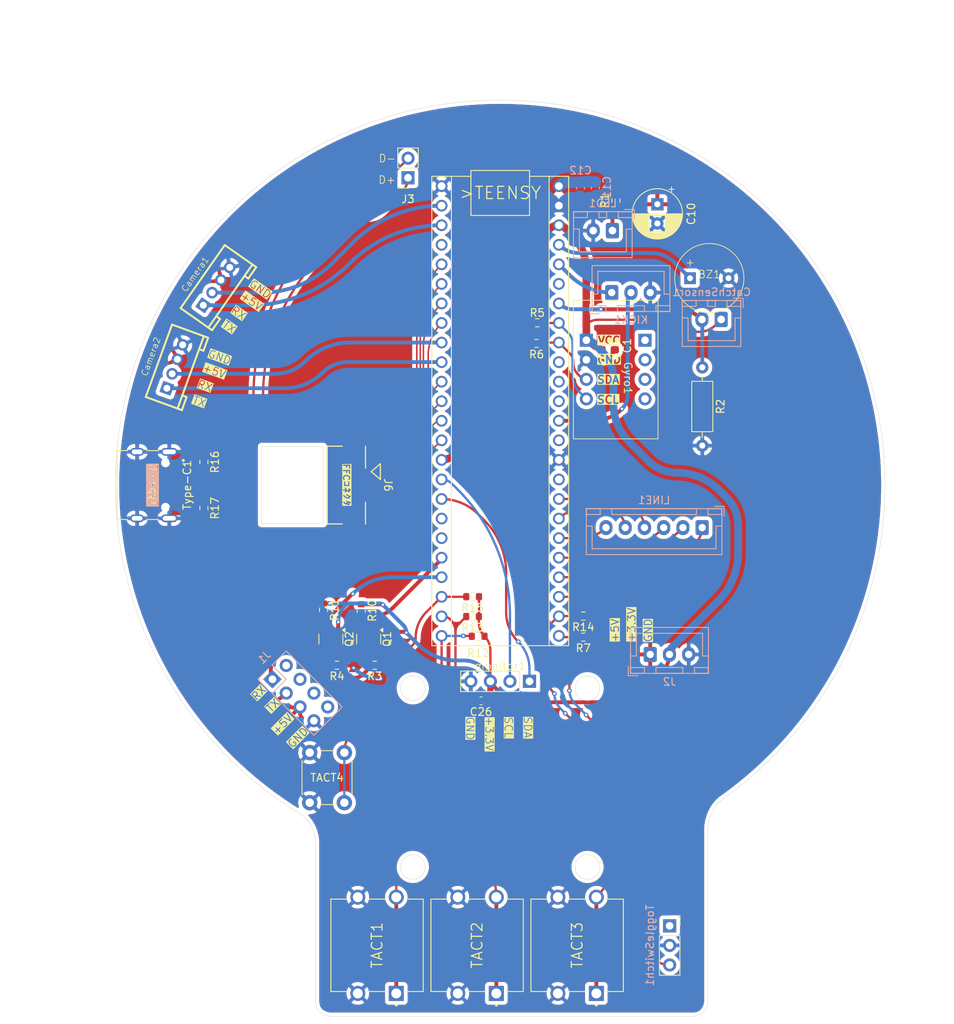
<source format=kicad_pcb>
(kicad_pcb (version 20241229) (generator "pcbnew") (generator_version "9.0")
  (layers (0 "F.Cu" signal) (2 "B.Cu" signal) (13 "F.Paste" user) (15 "B.Paste" user) (5 "F.SilkS" user "F.Silkscreen") (7 "B.SilkS" user "B.Silkscreen") (1 "F.Mask" user) (3 "B.Mask" user) (25 "Edge.Cuts" user))
  (net 0 "")
  (net 1 "M4 PH")
  (net 2 "KICK 2")
  (net 3 "M1 EN")
  (net 4 "KICK 1")
  (net 5 "Buzzer")
  (net 6 "M4 EN")
  (net 7 "Cam1 RX")
  (net 8 "GND")
  (net 10 "M3 PH")
  (net 11 "Gyro-SDA")
  (net 12 "M2 PH")
  (net 13 "+5V")
  (net 14 "Cam2 TX")
  (net 16 "M2 EN")
  (net 17 "M3 EN")
  (net 18 "+3.3V")
  (net 19 "Gyro-SCL")
  (net 20 "M1 PH")
  (net 21 "Cam1 TX")
  (net 22 "Ball Catch Sensor")
  (net 24 "Cam2 RX")
  (net 25 "TX_Ball 5V")
  (net 26 "RX_Ball 5V")
  (net 31 "Net-(LED1-Pin_1)")
  (net 32 "SCL(monitor)")
  (net 33 "SDA(monitor)")
  (net 34 "RX_Ball 3.3V")
  (net 35 "TX_Ball 3.3V")
  (net 37 "Teensy4.1_D-")
  (net 38 "Teensy4.1_D+")
  (net 39 "Net-(Type-C1-CC1)")
  (net 40 "Net-(Type-C1-CC2)")
  (net 53 "B")
  (net 54 "A")
  (net 55 "C")
  (net 56 "X3")
  (net 57 "X1")
  (net 58 "X2")
  (net 61 "SW3")
  (net 62 "SW2")
  (net 63 "SW1")
  (net 64 "Ctrl SW1")
  (net 65 "TOGGLE1")
  (footprint "MAIN:Big tact switch MAIN" (layer "F.Cu") (at 160 159.775 90)
    (property "Reference" "TACT3")
    (property "Value" "SW_MEC_5G")
  )
  (footprint "Teensy4.1:TEENSY4.1" (layer "F.Cu") (at 157.63 61.171 180)
    (property "Reference" "A1" (hide yes))
    (property "Value" "TEENSY4.1")
  )
  (footprint "Type-C:NELTRON_5077CR-16SMC2-BK-TR" (layer "F.Cu") (at 106.5 100 -90)
    (property "Reference" "Type-C1")
    (property "Value" "5077CR-16SMC2-BK-TR")
  )
  (footprint "Resistor_SMD:R_0603_1608Metric" (layer "F.Cu") (at 160.8 119.75 180)
    (property "Reference" "R7")
    (property "Value" "1kΩ")
  )
  (footprint "Resistor_SMD:R_0603_1608Metric" (layer "F.Cu") (at 147.14 119.64 180)
    (property "Reference" "R12")
    (property "Value" "1kΩ")
  )
  (footprint "Resistor_THT:R_Axial_DIN0207_L6.3mm_D2.5mm_P10.16mm_Horizontal" (layer "F.Cu") (at 176.266 84.718 -90)
    (property "Reference" "R2")
    (property "Value" "R")
  )
  (footprint "Package_TO_SOT_SMD:SOT-23" (layer "F.Cu") (at 128 120 -90)
    (property "Reference" "Q2")
    (property "Value" "BSS138")
  )
  (footprint "Resistor_SMD:R_0603_1608Metric" (layer "F.Cu") (at 146.41 117.08 180)
    (property "Reference" "R13")
    (property "Value" "1kΩ")
  )
  (footprint "Resistor_SMD:R_0603_1608Metric" (layer "F.Cu") (at 111.5 97 -90)
    (property "Reference" "R16")
    (property "Value" "5.1kΩ")
  )
  (footprint "GROVE:GROVE-HW4-2.0" (layer "F.Cu") (at 107.713832 84.609094 70)
    (property "Reference" "Camera2")
    (property "Value" "Conn_01x04_Pin")
  )
  (footprint "Resistor_SMD:R_0603_1608Metric" (layer "F.Cu") (at 154.817 78.923 180)
    (property "Reference" "R5")
    (property "Value" "1kΩ")
  )
  (footprint "Resistor_SMD:R_0603_1608Metric" (layer "F.Cu") (at 128.8 123.4 180)
    (property "Reference" "R4")
    (property "Value" "10k")
  )
  (footprint "Button_Switch_THT:SW_PUSH_6mm" (layer "F.Cu") (at 125.25 141.25 90)
    (property "Reference" "TACT4")
    (property "Value" "SW_MEC_5G")
  )
  (footprint "Connector_PinSocket_2.54mm:PinSocket_1x02_P2.54mm_Vertical" (layer "F.Cu") (at 138.024 60.091 180)
    (property "Reference" "J3")
    (property "Value" "Conn_01x02_Pin")
  )
  (footprint "Resistor_SMD:R_0603_1608Metric" (layer "F.Cu") (at 146.42 114.5 180)
    (property "Reference" "R15")
    (property "Value" "1kΩ")
  )
  (footprint "Package_TO_SOT_SMD:SOT-23" (layer "F.Cu") (at 132.9125 120 -90)
    (property "Reference" "Q1")
    (property "Value" "BSS138")
  )
  (footprint "Capacitor_SMD:C_0603_1608Metric_Pad1.08x0.95mm_HandSolder" (layer "F.Cu") (at 164.034 82.428)
    (property "Reference" "C1")
    (property "Value" "0.1μF")
  )
  (footprint "Resistor_SMD:R_0603_1608Metric" (layer "F.Cu") (at 160.8 117.02 180)
    (property "Reference" "R14")
    (property "Value" "1kΩ")
  )
  (footprint "FFC conector:FFC conector 0.5mm Pich" (layer "F.Cu") (at 130 100 -90)
    (property "Reference" "J6")
    (property "Value" "Conn_01x08_Pin")
  )
  (footprint "MAIN:Buzzer UDX01CLFPH" (layer "F.Cu") (at 177.176 73.13)
    (property "Reference" "BZ1")
    (property "Value" "Buzzer")
  )
  (footprint "Resistor_SMD:R_0603_1608Metric" (layer "F.Cu") (at 165.033 63.054 90)
    (property "Reference" "R1")
    (property "Value" "100")
  )
  (footprint "MAIN:Big tact switch MAIN" (layer "F.Cu") (at 147 159.775 90)
    (property "Reference" "TACT2")
    (property "Value" "SW_MEC_5G")
  )
  (footprint "Resistor_SMD:R_0603_1608Metric" (layer "F.Cu") (at 111.5 103 -90)
    (property "Reference" "R17")
    (property "Value" "5.1kΩ")
  )
  (footprint "Capacitor_SMD:C_0603_1608Metric_Pad1.08x0.95mm_HandSolder" (layer "F.Cu") (at 147.51 128.03 180)
    (property "Reference" "C26")
    (property "Value" "0.1μF")
  )
  (footprint "SSD1306:SSD1306 (akizuki)" (layer "F.Cu") (at 150 138)
    (property "Reference" "monitor1")
    (property "Value" "Conn_01x04_Pin")
    (fp_circle (center -11.35 -11.6) (end -9.75 -11.6) (stroke (width 0.05)) (fill no) (layer "Edge.Cuts"))
    (fp_circle (center -11.35 11.6) (end -9.75 11.6) (stroke (width 0.05)) (fill no) (layer "Edge.Cuts"))
    (fp_circle (center 11.35 -11.6) (end 12.95 -11.6) (stroke (width 0.05)) (fill no) (layer "Edge.Cuts"))
    (fp_circle (center 11.35 11.6) (end 12.95 11.6) (stroke (width 0.05)) (fill no) (layer "Edge.Cuts"))
  )
  (footprint "BNO055:BNO055" (layer "F.Cu") (at 165 85)
    (property "Reference" "Gyro1")
    (property "Value" "Conn_01x08_Pin")
  )
  (footprint "Capacitor_THT:CP_Radial_D6.3mm_P2.50mm" (layer "F.Cu") (at 170.427 63.525 -90)
    (property "Reference" "C10")
    (property "Value" "100uF")
  )
  (footprint "Resistor_SMD:R_0603_1608Metric" (layer "F.Cu") (at 154.731 81.608 180)
    (property "Reference" "R6")
    (property "Value" "1kΩ")
  )
  (footprint "Resistor_SMD:R_0603_1608Metric" (layer "F.Cu") (at 131.95 116.3 -90)
    (property "Reference" "R10")
    (property "Value" "10k")
  )
  (footprint "Resistor_SMD:R_0603_1608Metric" (layer "F.Cu") (at 133.7 123.4 180)
    (property "Reference" "R3")
    (property "Value" "10k")
  )
  (footprint "Resistor_SMD:R_0603_1608Metric" (layer "F.Cu") (at 127.05 116.2 -90)
    (property "Reference" "R11")
    (property "Value" "10k")
  )
  (footprint "GROVE:GROVE-HW4-2.0" (layer "F.Cu") (at 113.138159 74.189061 55)
    (property "Reference" "Camera1")
    (property "Value" "Conn_01x04_Pin")
  )
  (footprint "MAIN:Big tact switch MAIN" (layer "F.Cu") (at 134 159.775 90)
    (property "Reference" "TACT1")
    (property "Value" "SW_MEC_5G")
  )
  (footprint "Connector_PinSocket_2.54mm:PinSocket_1x03_P2.54mm_Vertical" (layer "F.Cu") (at 172.025 157.25)
    (property "Reference" "ToggleSwitch1")
    (property "Value" "Conn_01x03_Pin")
  )
  (footprint "Capacitor_SMD:C_0603_1608Metric" (layer "B.Cu") (at 160.423 61.459 -90)
    (property "Reference" "C12")
    (property "Value" "0.1uF")
  )
  (footprint "Connector_PinSocket_2.54mm:PinSocket_2x04_P2.54mm_Vertical" (layer "B.Cu") (at 120.400827 125.225162 -135)
    (property "Reference" "J1")
    (property "Value" "Conn_02x04_Odd_Even")
  )
  (footprint "Connector_JST:JST_XH_B2B-XH-A_1x02_P2.50mm_Vertical" (layer "B.Cu") (at 164.59 66.954 180)
    (property "Reference" "LED1")
    (property "Value" "Conn_01x02_Pin")
  )
  (footprint "Connector_JST:JST_XH_B6B-XH-A_1x06_P2.50mm_Vertical" (layer "B.Cu") (at 176.25 105.525 180)
    (property "Reference" "LINE1")
    (property "Value" "Conn_01x06_Pin")
  )
  (footprint "Connector_JST:JST_XH_B3B-XH-A_1x03_P2.50mm_Vertical" (layer "B.Cu") (at 169.5 122)
    (property "Reference" "J2")
    (property "Value" "Conn_01x03_Pin")
  )
  (footprint "Connector_JST:JST_XH_B2B-XH-A_1x02_P2.50mm_Vertical" (layer "B.Cu") (at 178.718 78.49 180)
    (property "Reference" "CatchSensor1")
    (property "Value" "Conn_01x02_Pin")
  )
  (footprint "Capacitor_SMD:C_0603_1608Metric" (layer "B.Cu") (at 162.374 61.409 -90)
    (property "Reference" "C11")
    (property "Value" "10uF")
  )
  (footprint "Connector_JST:JST_XH_B3B-XH-A_1x03_P2.50mm_Vertical" (layer "B.Cu") (at 164.5 75)
    (property "Reference" "KICK1")
    (property "Value" "Conn_01x03_Pin")
  )
  (gr_curve (pts (xy 123.839313 142.60645) (xy 126.000002 143.864) (xy 126 146.364) (xy 126 146.364)) (stroke (width 0.05)) (layer "Edge.Cuts"))
  (gr_line (start 177 160) (end 177 144.583848) (stroke (width 0.05)) (layer "Edge.Cuts"))
  (gr_line (start 177 160) (end 177 167) (stroke (width 0.05)) (layer "Edge.Cuts"))
  (gr_rect (start 119 95) (end 127 105) (stroke (width 0.05)) (fill no) (layer "Edge.Cuts"))
  (gr_curve (pts (xy 126 167) (xy 125.995 169.007) (xy 128 169) (xy 128 169)) (stroke (width 0.05)) (layer "Edge.Cuts"))
  (gr_curve (pts (xy 179.072138 140.675795) (xy 177.004463 142.080985) (xy 177 144.583848) (xy 177 144.583848)) (stroke (width 0.05)) (layer "Edge.Cuts"))
  (gr_line (start 126 167) (end 126 146.364) (stroke (width 0.05)) (layer "Edge.Cuts"))
  (gr_line (start 175 169) (end 128 169) (stroke (width 0.05)) (layer "Edge.Cuts"))
  (gr_curve (pts (xy 175 169) (xy 177 169.012) (xy 177 167) (xy 177 167)) (stroke (width 0.05)) (layer "Edge.Cuts"))
  (gr_arc (start 123.83245 142.606452) (mid 148.257308 50.029874) (end 179.072138 140.679985) (stroke (width 0.05)) (layer "Edge.Cuts"))
  (gr_text "+3.3V" (at 167.67 120.48 90) (layer "F.SilkS" knockout) (effects (font (size 1 1) (thickness 0.125)) (justify left bottom)))
  (gr_text "+5V" (at 120.98 132.629 45) (layer "F.SilkS" knockout) (effects (font (size 1 1) (thickness 0.125)) (justify left bottom)))
  (gr_text "TX" (at 120.223 129.71 45) (layer "F.SilkS" knockout) (effects (font (size 1 1) (thickness 0.125)) (justify left bottom)))
  (gr_text "VCC" (at 162.6 81.8 0) (layer "F.SilkS" knockout) (effects (font (size 1 1) (thickness 0.2) (bold yes)) (justify left bottom)))
  (gr_text "D-" (at 134.15 58.16 0) (layer "F.SilkS") (effects (font (size 1 1) (thickness 0.1)) (justify left bottom)))
  (gr_text "RX" (at 118.313 128.178 45) (layer "F.SilkS" knockout) (effects (font (size 1 1) (thickness 0.125)) (justify left bottom)))
  (gr_text "GND" (at 162.5 84.3 0) (layer "F.SilkS" knockout) (effects (font (size 1 1) (thickness 0.2) (bold yes)) (justify left bottom)))
  (gr_text "SDA" (at 162.5 86.9 0) (layer "F.SilkS" knockout) (effects (font (size 1 1) (thickness 0.2) (bold yes)) (justify left bottom)))
  (gr_text "+3.3V" (at 148 130 270) (layer "F.SilkS" knockout) (effects (font (size 1 1) (thickness 0.1)) (justify left bottom)))
  (gr_text "GND" (at 169.82 120.48 90) (layer "F.SilkS" knockout) (effects (font (size 1 1) (thickness 0.125)) (justify left bottom)))
  (gr_text "SCL" (at 162.5 89.5 0) (layer "F.SilkS" knockout) (effects (font (size 1 1) (thickness 0.2) (bold yes)) (justify left bottom)))
  (gr_text "SDA" (at 153 130 270) (layer "F.SilkS" knockout) (effects (font (size 1 1) (thickness 0.1)) (justify left bottom)))
  (gr_text "+5V" (at 165.52 120.48 90) (layer "F.SilkS" knockout) (effects (font (size 1 1) (thickness 0.125)) (justify left bottom)))
  (gr_text "SCL" (at 150.5 130.031 270) (layer "F.SilkS" knockout) (effects (font (size 1 1) (thickness 0.1)) (justify left bottom)))
  (gr_text "GND" (at 145.5 130.007 270) (layer "F.SilkS" knockout) (effects (font (size 1 1) (thickness 0.1)) (justify left bottom)))
  (gr_text "D+" (at 134.11 60.95 0) (layer "F.SilkS") (effects (font (size 1 1) (thickness 0.1)) (justify left bottom)))
  (gr_text "GND" (at 122.998 134.358 45) (layer "F.SilkS" knockout) (effects (font (size 1 1) (thickness 0.125)) (justify left bottom)))
  (segment (start 135.250862 99.569139) (end 138.9 95.92) (width 0.2) (layer "F.Cu") (net 1))
  (segment (start 139.72 93.940345) (end 139.72 93.94) (width 0.2) (layer "F.Cu") (net 1))
  (segment (start 141.246644 90.254357) (end 142.39 89.111) (width 0.2) (layer "F.Cu") (net 1))
  (arc (start 138.9 95.92) (mid 139.506889 95.011726) (end 139.72 93.940345) (width 0.2) (layer "F.Cu") (net 1))
  (arc (start 132.4 100.750004) (mid 133.942875 100.443107) (end 135.250862 99.569139) (width 0.2) (layer "F.Cu") (net 1))
  (arc (start 139.72 93.94) (mid 140.116762 91.945344) (end 141.246644 90.254357) (width 0.2) (layer "F.Cu") (net 1))
  (segment (start 162.093383 91.651) (end 157.63 91.651) (width 0.5) (layer "F.Cu") (net 2))
  (via (at 165.833 90.102) (size 0.6) (drill 0.3) (layers "F.Cu" "B.Cu") (net 2))
  (arc (start 165.833 90.102) (mid 164.117249 91.248428) (end 162.093383 91.651) (width 0.5) (layer "F.Cu") (net 2))
  (segment (start 166.585 86.73) (end 166.585 88.286511) (width 0.5) (layer "B.Cu") (net 2))
  (segment (start 166.585 76.001899) (end 166.585 86.73) (width 0.5) (layer "B.Cu") (net 2))
  (arc (start 167 75) (mid 166.692855 75.459675) (end 166.585 76.001899) (width 0.5) (layer "B.Cu") (net 2))
  (arc (start 166.585 88.286511) (mid 166.389561 89.269047) (end 165.833 90.102) (width 0.5) (layer "B.Cu") (net 2))
  (segment (start 134.175384 98.514616) (end 136.754071 95.935929) (width 0.2) (layer "F.Cu") (net 3))
  (segment (start 138.14 92.59) (end 138.14 90.475046) (width 0.2) (layer "F.Cu") (net 3))
  (segment (start 140.02 85.936325) (end 140.02 82.132686) (width 0.2) (layer "F.Cu") (net 3))
  (arc (start 140.02 82.132686) (mid 140.635943 79.036132) (end 142.39 76.411) (width 0.2) (layer "F.Cu") (net 3))
  (arc (start 132.4 99.250004) (mid 133.360831 99.058883) (end 134.175384 98.514616) (width 0.2) (layer "F.Cu") (net 3))
  (arc (start 138.14 90.475046) (mid 138.488255 88.724252) (end 139.48 87.24) (width 0.2) (layer "F.Cu") (net 3))
  (arc (start 136.754071 95.935929) (mid 137.779809 94.400803) (end 138.14 92.59) (width 0.2) (layer "F.Cu") (net 3))
  (arc (start 139.48 87.24) (mid 139.879659 86.641869) (end 140.02 85.936325) (width 0.2) (layer "F.Cu") (net 3))
  (segment (start 159.035551 72.736551) (end 157.63 71.331) (width 0.5) (layer "B.Cu") (net 4))
  (arc (start 164.5 75) (mid 161.542661 74.411749) (end 159.035551 72.736551) (width 0.5) (layer "B.Cu") (net 4))
  (segment (start 172.662408 71.116407) (end 174.676 73.13) (width 0.5) (layer "B.Cu") (net 5))
  (segment (start 169.634 69.862) (end 160.215623 69.862) (width 0.5) (layer "B.Cu") (net 5))
  (arc (start 169.634 69.862) (mid 171.272962 70.18801) (end 172.662408 71.116407) (width 0.5) (layer "B.Cu") (net 5))
  (arc (start 160.215623 69.862) (mid 158.816294 69.583656) (end 157.63 68.791) (width 0.5) (layer "B.Cu") (net 5))
  (segment (start 134.977722 99.182277) (end 137.32 96.84) (width 0.2) (layer "F.Cu") (net 6))
  (segment (start 140.463801 88.497199) (end 142.39 86.571) (width 0.2) (layer "F.Cu") (net 6))
  (segment (start 139.22 92.252994) (end 139.22 91.5) (width 0.2) (layer "F.Cu") (net 6))
  (arc (start 139.22 91.5) (mid 139.543253 89.874896) (end 140.463801 88.497199) (width 0.2) (layer "F.Cu") (net 6))
  (arc (start 132.4 100.250005) (mid 133.795053 99.972512) (end 134.977722 99.182277) (width 0.2) (layer "F.Cu") (net 6))
  (arc (start 137.32 96.84) (mid 138.726206 94.735463) (end 139.22 92.252994) (width 0.2) (layer "F.Cu") (net 6))
  (segment (start 128.16 71.21) (end 130.899465 68.470535) (width 0.5) (layer "B.Cu") (net 7))
  (segment (start 112.564583 75.008213) (end 118.990303 75.008213) (width 0.5) (layer "B.Cu") (net 7))
  (arc (start 118.990303 75.008213) (mid 123.952907 74.021089) (end 128.16 71.21) (width 0.5) (layer "B.Cu") (net 7))
  (arc (start 130.899465 68.470535) (mid 136.171367 64.947963) (end 142.39 63.711) (width 0.5) (layer "B.Cu") (net 7))
  (segment (start 107.172556 104.147445) (end 107 104.32) (width 0.5) (layer "F.Cu") (net 8))
  (segment (start 164.742704 82.799295) (end 164.175 83.367) (width 0.5) (layer "F.Cu") (net 8))
  (segment (start 146.19 125) (end 146.19 126.50374) (width 0.5) (layer "F.Cu") (net 8))
  (segment (start 146.6445 128.022757) (end 146.6475 128.03) (width 0.5) (layer "F.Cu") (net 8))
  (segment (start 107.392444 96.627445) (end 107.565 96.8) (width 0.5) (layer "F.Cu") (net 8))
  (segment (start 163.29864 83.73) (end 161.2 83.73) (width 0.5) (layer "F.Cu") (net 8))
  (segment (start 107.766568 96.313431) (end 107.9 96.18) (width 0.5) (layer "F.Cu") (net 8))
  (segment (start 107 95.68) (end 107.012408 95.68) (width 0.5) (layer "F.Cu") (net 8))
  (segment (start 107 95.68) (end 107.587574 96.267574) (width 0.5) (layer "F.Cu") (net 8))
  (segment (start 107 104.32) (end 107.24361 104.07639) (width 0.5) (layer "F.Cu") (net 8))
  (segment (start 111.5 103.825) (end 109.073883 103.825) (width 0.5) (layer "F.Cu") (net 8))
  (segment (start 146.6445 127.601) (end 146.6445 128.022757) (width 0.5) (layer "F.Cu") (net 8))
  (segment (start 111.5 96.175) (end 109.073883 96.175) (width 0.5) (layer "F.Cu") (net 8))
  (arc (start 107.012408 95.68) (mid 107.785015 95.833681) (end 108.44 96.271328) (width 0.5) (layer "F.Cu") (net 8))
  (arc (start 164.8965 82.428) (mid 164.85653 82.628944) (end 164.742704 82.799295) (width 0.5) (layer "F.Cu") (net 8))
  (arc (start 109.073883 96.175) (mid 108.257282 96.337432) (end 107.565 96.8) (width 0.5) (layer "F.Cu") (net 8))
  (arc (start 107.565 103.2) (mid 107.463007 103.712753) (end 107.172556 104.147445) (width 0.5) (layer "F.Cu") (net 8))
  (arc (start 107.63 96.37) (mid 107.70391 96.355298) (end 107.766568 96.313431) (width 0.5) (layer "F.Cu") (net 8))
  (arc (start 146.19 126.50374) (mid 146.308121 127.097572) (end 146.6445 127.601) (width 0.5) (layer "F.Cu") (net 8))
  (arc (start 107 95.68) (mid 107.101993 96.192753) (end 107.392444 96.627445) (width 0.5) (layer "F.Cu") (net 8))
  (arc (start 109.073883 103.825) (mid 108.257281 103.662568) (end 107.565 103.2) (width 0.5) (layer "F.Cu") (net 8))
  (arc (start 107.587574 96.267574) (mid 107.618974 96.314568) (end 107.63 96.37) (width 0.5) (layer "F.Cu") (net 8))
  (arc (start 107.24361 104.07639) (mid 107.705346 103.767868) (end 108.25 103.65953) (width 0.5) (layer "F.Cu") (net 8))
  (arc (start 164.175 83.367) (mid 163.772922 83.635659) (end 163.29864 83.73) (width 0.5) (layer "F.Cu") (net 8))
  (segment (start 161.772842 83.032843) (end 162.61 83.87) (width 0.5) (layer "B.Cu") (net 8))
  (segment (start 161.807781 83.067782) (end 162.61 83.87) (width 0.5) (layer "B.Cu") (net 8))
  (segment (start 161.2 83.73) (end 160.487782 83.017782) (width 0.5) (layer "B.Cu") (net 8))
  (segment (start 156.643 63.501) (end 156.95552 63.18848) (width 1) (layer "B.Cu") (net 8))
  (segment (start 161.444 62.585) (end 161.649132 62.790132) (width 1) (layer "B.Cu") (net 8))
  (segment (start 162.190122 84.140122) (end 162.42 84.37) (width 0.5) (layer "B.Cu") (net 8))
  (segment (start 158.533 64.065) (end 157.414075 64.065) (width 1) (layer "B.Cu") (net 8))
  (segment (start 160.173257 62.891) (end 160.719 62.891) (width 1) (layer "B.Cu") (net 8))
  (segment (start 163.038 62.585) (end 163.038 62.397362) (width 1) (layer "B.Cu") (net 8))
  (segment (start 161.2 83.73) (end 161.28733 83.73) (width 0.5) (layer "B.Cu") (net 8))
  (segment (start 159.946717 62.431283) (end 159.688 62.69) (width 1) (layer "B.Cu") (net 8))
  (segment (start 162.954378 62.184) (end 162.374 62.184) (width 1) (layer "B.Cu") (net 8))
  (segment (start 156.586 64.408) (end 156.586 63.63861) (width 1) (layer "B.Cu") (net 8))
  (segment (start 157.767179 63.379822) (end 158.247 62.9) (width 1) (layer "B.Cu") (net 8))
  (segment (start 160.603137 82.75) (end 161.09 82.75) (width 0.5) (layer "B.Cu") (net 8))
  (segment (start 161.434277 62.594722) (end 161.444 62.585) (width 1) (layer "B.Cu") (net 8))
  (segment (start 161.426274 83.183726) (end 161.62 82.99) (width 0.5) (layer "B.Cu") (net 8))
  (segment (start 158.533 63.590465) (end 158.533 64.065) (width 1) (layer "B.Cu") (net 8))
  (segment (start 163.00116 62.62184) (end 163.038 62.585) (width 1) (layer "B.Cu") (net 8))
  (segment (start 161.53234 84.53234) (end 161.94 84.94) (width 0.5) (layer "B.Cu") (net 8))
  (arc (start 161.62 82.99) (mid 161.721627 83.010215) (end 161.807781 83.067782) (width 0.5) (layer "B.Cu") (net 8))
  (arc (start 161.2 83.73) (mid 161.286372 84.164223) (end 161.53234 84.53234) (width 0.5) (layer "B.Cu") (net 8))
  (arc (start 161.28733 83.73) (mid 162.084333 83.888534) (end 162.76 84.34) (width 0.5) (layer "B.Cu") (net 8))
  (arc (start 159.688 62.69) (mid 159.910638 62.838761) (end 160.173257 62.891) (width 1) (layer "B.Cu") (net 8))
  (arc (start 160.719 62.891) (mid 161.106105 62.814) (end 161.434277 62.594722) (width 1) (layer "B.Cu") (net 8))
  (arc (start 163.038 62.397362) (mid 163.070226 62.235349) (end 163.162 62.098) (width 1) (layer "B.Cu") (net 8))
  (arc (start 161.649132 62.790132) (mid 161.866086 62.935095) (end 162.122 62.986) (width 1) (layer "B.Cu") (net 8))
  (arc (start 161.2 83.73) (mid 161.73585 83.836587) (end 162.190122 84.140122) (width 0.5) (layer "B.Cu") (net 8))
  (arc (start 157.63 63.711) (mid 157.665652 63.531768) (end 157.767179 63.379822) (width 1) (layer "B.Cu") (net 8))
  (arc (start 160.41 82.83) (mid 160.498612 82.770791) (end 160.603137 82.75) (width 0.5) (layer "B.Cu") (net 8))
  (arc (start 156.586 63.63861) (mid 156.600814 63.564136) (end 156.643 63.501) (width 1) (layer "B.Cu") (net 8))
  (arc (start 156.95552 63.18848) (mid 157.035067 63.069429) (end 157.063 62.929) (width 1) (layer "B.Cu") (net 8))
  (arc (start 162.122 62.986) (mid 162.597798 62.891358) (end 163.00116 62.62184) (width 1) (layer "B.Cu") (net 8))
  (arc (start 158.247 62.9) (mid 158.458671 63.216788) (end 158.533 63.590465) (width 1) (layer "B.Cu") (net 8))
  (arc (start 160.487782 83.017782) (mid 160.430215 82.931627) (end 160.41 82.83) (width 0.5) (layer "B.Cu") (net 8))
  (arc (start 161.09 82.75) (mid 161.459552 82.823508) (end 161.772842 83.032843) (width 0.5) (layer "B.Cu") (net 8))
  (arc (start 163.162 62.098) (mid 163.066742 62.16165) (end 162.954378 62.184) (width 1) (layer "B.Cu") (net 8))
  (arc (start 160.423 62.234) (mid 160.165237 62.285272) (end 159.946717 62.431283) (width 1) (layer "B.Cu") (net 8))
  (arc (start 157.414075 64.065) (mid 156.965924 64.154143) (end 156.586 64.408) (width 1) (layer "B.Cu") (net 8))
  (segment (start 140.11 96.45) (end 142.35415 94.20585) (width 0.2) (layer "F.Cu") (net 10))
  (segment (start 136.51412 100.045879) (end 140.11 96.45) (width 0.2) (layer "F.Cu") (net 10))
  (arc (start 142.35415 94.20585) (mid 142.370598 94.19486) (end 142.39 94.191) (width 0.2) (layer "F.Cu") (net 10))
  (arc (start 132.4 101.750004) (mid 134.626546 101.307116) (end 136.51412 100.045879) (width 0.2) (layer "F.Cu") (net 10))
  (segment (start 159.048159 82.909159) (end 157.63 81.491) (width 0.3) (layer "F.Cu") (net 11))
  (segment (start 160.465944 85.965944) (end 160.1 85.6) (width 0.3) (layer "F.Cu") (net 11))
  (segment (start 157.63 81.491) (end 155.838463 81.491) (width 0.3) (layer "F.Cu") (net 11))
  (segment (start 159.5 84.151472) (end 159.5 84) (width 0.3) (layer "F.Cu") (net 11))
  (arc (start 155.838463 81.491) (mid 155.685595 81.521407) (end 155.556 81.608) (width 0.3) (layer "F.Cu") (net 11))
  (arc (start 160.1 85.6) (mid 159.655935 84.93541) (end 159.5 84.151472) (width 0.3) (layer "F.Cu") (net 11))
  (arc (start 159.5 84) (mid 159.38257 83.409641) (end 159.048159 82.909159) (width 0.3) (layer "F.Cu") (net 11))
  (arc (start 161.2 86.27) (mid 160.802732 86.190978) (end 160.465944 85.965944) (width 0.3) (layer "F.Cu") (net 11))
  (segment (start 137.71 92.24) (end 137.71 90.236762) (width 0.2) (layer "F.Cu") (net 12))
  (segment (start 133.970533 98.099467) (end 136.210934 95.859066) (width 0.2) (layer "F.Cu") (net 12))
  (segment (start 139.62 85.625614) (end 139.62 80.558372) (width 0.2) (layer "F.Cu") (net 12))
  (arc (start 137.71 90.236762) (mid 138.053056 88.512099) (end 139.03 87.05) (width 0.2) (layer "F.Cu") (net 12))
  (arc (start 139.03 87.05) (mid 139.466664 86.396486) (end 139.62 85.625614) (width 0.2) (layer "F.Cu") (net 12))
  (arc (start 139.62 80.558372) (mid 140.339899 76.939192) (end 142.39 73.871) (width 0.2) (layer "F.Cu") (net 12))
  (arc (start 132.4 98.750003) (mid 133.249966 98.580934) (end 133.970533 98.099467) (width 0.2) (layer "F.Cu") (net 12))
  (arc (start 136.210934 95.859066) (mid 137.320406 94.198624) (end 137.71 92.24) (width 0.2) (layer "F.Cu") (net 12))
  (segment (start 157.63 61.171) (end 157.63 61.095384) (width 1) (layer "F.Cu") (net 13))
  (segment (start 123.950763 128.831146) (end 123.989394 128.792516) (width 0.5) (layer "F.Cu") (net 13))
  (segment (start 129.625 123.4) (end 130.097197 123.4) (width 0.5) (layer "F.Cu") (net 13))
  (segment (start 108.055852 83.669401) (end 108.671338 83.669401) (width 1) (layer "F.Cu") (net 13))
  (segment (start 157.462492 60.184) (end 158.137 60.184) (width 1) (layer "F.Cu") (net 13))
  (segment (start 157.63 61.171) (end 157.786574 61.171) (width 1) (layer "F.Cu") (net 13))
  (segment (start 156.556 61.635858) (end 156.556 60.848) (width 1) (layer "F.Cu") (net 13))
  (segment (start 123.995443 128.909365) (end 123.995443 129.594991) (width 0.5) (layer "F.Cu") (net 13))
  (segment (start 114.773853 73.809852) (end 114.861 73.897) (width 1) (layer "F.Cu") (net 13))
  (segment (start 158.643 61.218257) (end 158.643 61.776) (width 1) (layer "F.Cu") (net 13))
  (segment (start 108.892 83.578) (end 108.892 84.379) (width 1) (layer "F.Cu") (net 13))
  (segment (start 123.995443 128.909365) (end 123.152977 128.909365) (width 0.5) (layer "F.Cu") (net 13))
  (segment (start 156.648413 61.577586) (end 156.566 61.66) (width 1) (layer "F.Cu") (net 13))
  (segment (start 114.861 73.897) (end 114.542945 74.215055) (width 1) (layer "F.Cu") (net 13))
  (via (at 134.486 125.151) (size 0.6) (drill 0.3) (layers "F.Cu" "B.Cu") (net 13))
  (via (at 130.947 123.752) (size 0.6) (drill 0.3) (layers "F.Cu" "B.Cu") (net 13))
  (arc (start 123.995443 129.594991) (mid 124.067344 129.95646) (end 124.2721 130.2629) (width 0.5) (layer "F.Cu") (net 13))
  (arc (start 123.152977 128.909365) (mid 122.844021 128.84791) (end 122.5821 128.6729) (width 0.5) (layer "F.Cu") (net 13))
  (arc (start 113.711735 73.369909) (mid 114.286549 73.484247) (end 114.773853 73.809852) (width 1) (layer "F.Cu") (net 13))
  (arc (start 156.566 61.66) (mid 156.558598 61.648924) (end 156.556 61.635858) (width 1) (layer "F.Cu") (net 13))
  (arc (start 157.209 60.079) (mid 157.325303 60.156711) (end 157.462492 60.184) (width 1) (layer "F.Cu") (net 13))
  (arc (start 158.844 60.733) (mid 158.695239 60.955638) (end 158.643 61.218257) (width 1) (layer "F.Cu") (net 13))
  (arc (start 157.63 61.171) (mid 157.098769 61.276668) (end 156.648413 61.577586) (width 1) (layer "F.Cu") (net 13))
  (arc (start 108.671338 83.669401) (mid 108.79076 83.645647) (end 108.892 83.578) (width 1) (layer "F.Cu") (net 13))
  (arc (start 130.097197 123.4) (mid 130.557107 123.491482) (end 130.947 123.752) (width 0.5) (layer "F.Cu") (net 13))
  (arc (start 114.542945 74.215055) (mid 114.42781 74.291986) (end 114.292 74.319) (width 1) (layer "F.Cu") (net 13))
  (arc (start 157.63 61.095384) (mid 157.520586 60.54532) (end 157.209 60.079) (width 1) (layer "F.Cu") (net 13))
  (arc (start 157.786574 61.171) (mid 158.358849 61.057167) (end 158.844 60.733) (width 1) (layer "F.Cu") (net 13))
  (segment (start 134.324485 125.151) (end 134.486 125.151) (width 0.5) (layer "B.Cu") (net 13))
  (segment (start 160.423 60.684) (end 158.805722 60.684) (width 1.5) (layer "B.Cu") (net 13))
  (segment (start 162.374 60.634) (end 160.543711 60.634) (width 1.5) (layer "B.Cu") (net 13))
  (arc (start 160.543711 60.634) (mid 160.478383 60.646994) (end 160.423 60.684) (width 1.5) (layer "B.Cu") (net 13))
  (arc (start 130.947 123.752) (mid 132.496604 124.787411) (end 134.324485 125.151) (width 0.5) (layer "B.Cu") (net 13))
  (arc (start 158.805722 60.684) (mid 158.169426 60.810567) (end 157.63 61.171) (width 1.5) (layer "B.Cu") (net 13))
  (segment (start 130.219201 84.031) (end 142.39 84.031) (width 0.5) (layer "B.Cu") (net 14))
  (segment (start 106.687772 87.428172) (end 122.017702 87.428172) (width 0.5) (layer "B.Cu") (net 14))
  (arc (start 122.017702 87.428172) (mid 124.654571 86.903666) (end 126.89 85.41) (width 0.5) (layer "B.Cu") (net 14))
  (arc (start 126.89 85.41) (mid 128.41745 84.389391) (end 130.219201 84.031) (width 0.5) (layer "B.Cu") (net 14))
  (segment (start 133.62911 97.74089) (end 135.890639 95.479361) (width 0.2) (layer "F.Cu") (net 16))
  (segment (start 137.22 92.27) (end 137.22 90.054335) (width 0.2) (layer "F.Cu") (net 16))
  (segment (start 139.17 85.346619) (end 139.17 79.104768) (width 0.2) (layer "F.Cu") (net 16))
  (arc (start 139.17 79.104768) (mid 140.00685 74.897635) (end 142.39 71.331) (width 0.2) (layer "F.Cu") (net 16))
  (arc (start 137.22 90.054335) (mid 137.55526 88.368869) (end 138.51 86.94) (width 0.2) (layer "F.Cu") (net 16))
  (arc (start 138.51 86.94) (mid 138.998472 86.20895) (end 139.17 85.346619) (width 0.2) (layer "F.Cu") (net 16))
  (arc (start 135.890639 95.479361) (mid 136.874511 94.006894) (end 137.22 92.27) (width 0.2) (layer "F.Cu") (net 16))
  (arc (start 132.4 98.250004) (mid 133.06519 98.11769) (end 133.62911 97.74089) (width 0.2) (layer "F.Cu") (net 16))
  (segment (start 138.14 97.38) (end 139.523898 95.996102) (width 0.2) (layer "F.Cu") (net 17))
  (segment (start 135.592284 99.927715) (end 138.14 97.38) (width 0.2) (layer "F.Cu") (net 17))
  (segment (start 140.980538 92.479462) (end 141.398171 92.061829) (width 0.2) (layer "F.Cu") (net 17))
  (arc (start 141.398171 92.061829) (mid 141.853226 91.757771) (end 142.39 91.651) (width 0.2) (layer "F.Cu") (net 17))
  (arc (start 139.523898 95.996102) (mid 140.120501 95.103223) (end 140.33 94.05) (width 0.2) (layer "F.Cu") (net 17))
  (arc (start 140.33 94.05) (mid 140.499069 93.200031) (end 140.980538 92.479462) (width 0.2) (layer "F.Cu") (net 17))
  (arc (start 132.4 101.250003) (mid 134.127652 100.906352) (end 135.592284 99.927715) (width 0.2) (layer "F.Cu") (net 17))
  (segment (start 156.341135 66.784866) (end 152.107 71.019) (width 1) (layer "F.Cu") (net 18))
  (segment (start 168.567868 125.54) (end 168.22 125.54) (width 0.3) (layer "F.Cu") (net 18))
  (segment (start 128.95 119.0625) (end 128.95 117.782) (width 0.5) (layer "F.Cu") (net 18))
  (segment (start 153.906 81.608) (end 153.906 79.130622) (width 0.5) (layer "F.Cu") (net 18))
  (segment (start 175.888 80.097) (end 173.112979 80.097) (width 0.3) (layer "F.Cu") (net 18))
  (segment (start 161.919337 81.909337) (end 161.2 81.19) (width 0.5) (layer "F.Cu") (net 18))
  (segment (start 149.217904 126.177903) (end 150.18 127.14) (width 0.5) (layer "F.Cu") (net 18))
  (segment (start 168.056754 125.776011) (end 168.056754 126.616754) (width 0.3) (layer "F.Cu") (net 18))
  (segment (start 161.2 79.148) (end 161.2 72.080148) (width 1) (layer "F.Cu") (net 18))
  (segment (start 148.73 125) (end 148.73 126.730676) (width 0.8) (layer "F.Cu") (net 18))
  (segment (start 148.73 121.486873) (end 148.73 125) (width 0.3) (layer "F.Cu") (net 18))
  (segment (start 168.878799 125.638799) (end 168.93 125.69) (width 0.3) (layer "F.Cu") (net 18))
  (segment (start 134.756 115.549) (end 134.676 115.469) (width 0.5) (layer "F.Cu") (net 18))
  (segment (start 134.682 115.475) (end 134.756 115.549) (width 0.5) (layer "F.Cu") (net 18))
  (segment (start 168.28 126.16) (end 168.501005 125.938995) (width 0.3) (layer "F.Cu") (net 18))
  (segment (start 147.245 114.5) (end 147.245 117.055858) (width 0.3) (layer "F.Cu") (net 18))
  (segment (start 153.992 78.923) (end 151.925753 78.923) (width 0.5) (layer "F.Cu") (net 18))
  (segment (start 167.612791 125.15279) (end 167.93 125.47) (width 0.3) (layer "F.Cu") (net 18))
  (segment (start 161.625 119.75) (end 165.833195 123.958195) (width 0.3) (layer "F.Cu") (net 18))
  (segment (start 178.718 78.49) (end 177.975792 79.232208) (width 0.3) (layer "F.Cu") (net 18))
  (segment (start 168.74 125.84) (end 168.695563 125.84) (width 0.3) (layer "F.Cu") (net 18))
  (segment (start 161.625 117.02) (end 161.908579 117.02) (width 0.3) (layer "F.Cu") (net 18))
  (segment (start 134.676 115.469) (end 132.817 115.469) (width 0.5) (layer "F.Cu") (net 18))
  (segment (start 168.22 125.54) (end 168.22 126.015147) (width 0.3) (layer "F.Cu") (net 18))
  (segment (start 144.192 95.874) (end 144.003216 96.062784) (width 1) (layer "F.Cu") (net 18))
  (segment (start 133.8625 119.0625) (end 137.547472 119.0625) (width 0.5) (layer "F.Cu") (net 18))
  (segment (start 161.2 81.19) (end 161.2 79.148) (width 1) (layer "F.Cu") (net 18))
  (segment (start 159.29 67.469) (end 158.384541 66.563541) (width 1) (layer "F.Cu") (net 18))
  (segment (start 127.05 115.375) (end 127.837 115.375) (width 0.5) (layer "F.Cu") (net 18))
  (segment (start 167.605298 125.134702) (end 167.612791 125.15279) (width 0.3) (layer "F.Cu") (net 18))
  (segment (start 170.53 124.72) (end 171.116117 124.133883) (width 0.5) (layer "F.Cu") (net 18))
  (segment (start 147.235 117.08) (end 147.235 117.877624) (width 0.3) (layer "F.Cu") (net 18))
  (segment (start 152.763209 128.21) (end 162.104395 128.21) (width 0.5) (layer "F.Cu") (net 18))
  (segment (start 169.33232 78.531) (end 162.68957 78.531) (width 0.3) (layer "F.Cu") (net 18))
  (segment (start 131.95 115.475) (end 134.682 115.475) (width 0.5) (layer "F.Cu") (net 18))
  (segment (start 161.625 117.02) (end 161.625 119.75) (width 0.3) (layer "F.Cu") (net 18))
  (segment (start 145.621 86.677589) (end 145.621 92.424089) (width 1) (layer "F.Cu") (net 18))
  (via (at 127.837 115.375) (size 0.6) (drill 0.3) (layers "F.Cu" "B.Cu") (net 18))
  (via (at 134.756 115.549) (size 0.6) (drill 0.3) (layers "F.Cu" "B.Cu") (net 18))
  (via (at 128.95 117.782) (size 0.6) (drill 0.3) (layers "F.Cu" "B.Cu") (net 18))
  (via (at 137.807 119.17) (size 0.6) (drill 0.3) (layers "F.Cu" "B.Cu") (net 18))
  (arc (start 150.18 127.14) (mid 151.365187 127.931916) (end 152.763209 128.21) (width 0.5) (layer "F.Cu") (net 18))
  (arc (start 165.833195 123.958195) (mid 167.575876 125.122616) (end 169.631507 125.531507) (width 0.3) (layer "F.Cu") (net 18))
  (arc (start 171.452 79.409) (mid 170.479483 78.759185) (end 169.33232 78.531) (width 0.3) (layer "F.Cu") (net 18))
  (arc (start 157.63 66.251) (mid 156.932471 66.389747) (end 156.341135 66.784866) (width 1) (layer "F.Cu") (net 18))
  (arc (start 162.104395 128.21) (mid 166.6643 127.302978) (end 170.53 124.72) (width 0.5) (layer "F.Cu") (net 18))
  (arc (start 168.93 125.69) (mid 168.763853 125.578983) (end 168.567868 125.54) (width 0.3) (layer "F.Cu") (net 18))
  (arc (start 167.93 125.47) (mid 168.023812 125.610399) (end 168.056754 125.776011) (width 0.3) (layer "F.Cu") (net 18))
  (arc (start 168.695563 125.84) (mid 168.551841 125.811412) (end 168.43 125.73) (width 0.3) (layer "F.Cu") (net 18))
  (arc (start 147.235 117.877624) (mid 147.424721 118.831415) (end 147.965 119.64) (width 0.3) (layer "F.Cu") (net 18))
  (arc (start 148.73 126.730676) (mid 148.636309 127.201692) (end 148.3695 127.601) (width 0.8) (layer "F.Cu") (net 18))
  (arc (start 171.116117 124.133883) (mid 171.770286 123.154849) (end 172 122) (width 0.5) (layer "F.Cu") (net 18))
  (arc (start 148.73 125) (mid 148.856802 125.637477) (end 149.217904 126.177903) (width 0.5) (layer "F.Cu") (net 18))
  (arc (start 177.975792 79.232208) (mid 177.017905 79.872248) (end 175.888 80.097) (width 0.3) (layer "F.Cu") (net 18))
  (arc (start 147.245 117.055858) (mid 147.242401 117.068924) (end 147.235 117.08) (width 0.3) (layer "F.Cu") (net 18))
  (arc (start 168.501005 125.938995) (mid 168.610656 125.865728) (end 168.74 125.84) (width 0.3) (layer "F.Cu") (net 18))
  (arc (start 147.965 119.64) (mid 148.531183 120.487353) (end 148.73 121.486873) (width 0.3) (layer "F.Cu") (net 18))
  (arc (start 158.384541 66.563541) (mid 158.038355 66.332227) (end 157.63 66.251) (width 1) (layer "F.Cu") (net 18))
  (arc (start 168.22 126.015147) (mid 168.235594 126.093541) (end 168.28 126.16) (width 0.3) (layer "F.Cu") (net 18))
  (arc (start 152.107 71.019) (mid 147.306656 78.203221) (end 145.621 86.677589) (width 1) (layer "F.Cu") (net 18))
  (arc (start 137.547472 119.0625) (mid 137.687928 119.090438) (end 137.807 119.17) (width 0.5) (layer "F.Cu") (net 18))
  (arc (start 161.2 72.080148) (mid 160.703607 69.584612) (end 159.29 67.469) (width 1) (layer "F.Cu") (net 18))
  (arc (start 144.003216 96.062784) (mid 143.263066 96.557337) (end 142.39 96.731) (width 1) (layer "F.Cu") (net 18))
  (arc (start 151.925753 78.923) (mid 149.668019 78.473909) (end 147.754006 77.195006) (width 0.5) (layer "F.Cu") (net 18))
  (arc (start 153.906 79.130622) (mid 153.928351 79.018258) (end 153.992 78.923) (width 0.5) (layer "F.Cu") (net 18))
  (arc (start 162.68957 78.531) (mid 161.88342 78.691353) (end 161.2 79.148) (width 0.3) (layer "F.Cu") (net 18))
  (arc (start 145.621 92.424089) (mid 145.249615 94.291167) (end 144.192 95.874) (width 1) (layer "F.Cu") (net 18))
  (arc (start 161.908579 117.02) (mid 162.039235 117.045989) (end 162.15 117.12) (width 0.3) (layer "F.Cu") (net 18))
  (arc (start 163.1715 82.428) (mid 162.493834 82.293204) (end 161.919337 81.909337) (width 0.5) (layer "F.Cu") (net 18))
  (arc (start 173.112979 80.097) (mid 172.214063 79.918195) (end 171.452 79.409) (width 0.3) (layer "F.Cu") (net 18))
  (segment (start 178.32 115.07) (end 172.431335 120.958665) (width 1) (layer "B.Cu") (net 18))
  (segment (start 164.72 89.48) (end 164.72 86.262977) (width 1) (layer "B.Cu") (net 18))
  (segment (start 147.852 123.837) (end 148.528475 124.513474) (width 0.5) (layer "B.Cu") (net 18))
  (segment (start 137.403949 118.196949) (end 134.756 115.549) (width 0.5) (layer "B.Cu") (net 18))
  (segment (start 178.486884 100.676884) (end 179.42 101.61) (width 1) (layer "B.Cu") (net 18))
  (segment (start 162.17988 81.595879) (end 163.216 82.632) (width 1) (layer "B.Cu") (net 18))
  (segment (start 129.794993 115.742008) (end 130.162 115.375) (width 0.5) (layer "B.Cu") (net 18))
  (segment (start 180.93 105.255462) (end 180.93 108.768903) (width 1) (layer "B.Cu") (net 18))
  (segment (start 130.162 115.375) (end 134.335927 115.375) (width 0.5) (layer "B.Cu") (net 18))
  (segment (start 139.363391 120.73039) (end 139.360563 120.723564) (width 0.5) (layer "B.Cu") (net 18))
  (segment (start 144.314 122.781) (end 145.30259 122.781) (width 0.5) (layer "B.Cu") (net 18))
  (segment (start 130.162 115.375) (end 127.837 115.375) (width 0.5) (layer "B.Cu") (net 18))
  (segment (start 139.360563 120.723564) (end 137.807 119.17) (width 0.5) (layer "B.Cu") (net 18))
  (segment (start 169.217294 96.837294) (end 166.742326 94.362326) (width 1) (layer "B.Cu") (net 18))
  (arc (start 161.2 81.19) (mid 161.730307 81.295485) (end 162.17988 81.595879) (width 1) (layer "B.Cu") (net 18))
  (arc (start 166.742326 94.362326) (mid 165.245585 92.122296) (end 164.72 89.48) (width 1) (layer "B.Cu") (net 18))
  (arc (start 172.431335 120.958665) (mid 172.112101 121.436433) (end 172 122) (width 1) (layer "B.Cu") (net 18))
  (arc (start 137.807 119.17) (mid 137.70225 118.643389) (end 137.403949 118.196949) (width 0.5) (layer "B.Cu") (net 18))
  (arc (start 180.93 108.768903) (mid 180.251683 112.179032) (end 178.32 115.07) (width 1) (layer "B.Cu") (net 18))
  (arc (start 179.42 101.61) (mid 180.537564 103.282552) (end 180.93 105.255462) (width 1) (layer "B.Cu") (net 18))
  (arc (start 169.217294 96.837294) (mid 170.948226 97.993866) (end 172.99 98.4) (width 1) (layer "B.Cu") (net 18))
  (arc (start 172.99 98.4) (mid 175.964892 98.991743) (end 178.486884 100.676884) (width 1) (layer "B.Cu") (net 18))
  (arc (start 128.95 117.782) (mid 129.169606 116.677964) (end 129.794993 115.742008) (width 0.5) (layer "B.Cu") (net 18))
  (arc (start 164.72 86.262977) (mid 164.329123 84.297906) (end 163.216 82.632) (width 1) (layer "B.Cu") (net 18))
  (arc (start 134.335927 115.375) (mid 134.563268 115.420221) (end 134.756 115.549) (width 0.5) (layer "B.Cu") (net 18))
  (arc (start 145.30259 122.781) (mid 146.682321 123.055445) (end 147.852 123.837) (width 0.5) (layer "B.Cu") (net 18))
  (arc (start 148.528475 124.513474) (mid 148.677625 124.736694) (end 148.73 125) (width 0.5) (layer "B.Cu") (net 18))
  (arc (start 144.314 122.781) (mid 141.634749 122.248064) (end 139.363391 120.73039) (width 0.5) (layer "B.Cu") (net 18))
  (segment (start 157.63 78.951) (end 155.709598 78.951) (width 0.3) (layer "F.Cu") (net 19))
  (arc (start 155.709598 78.951) (mid 155.673014 78.943723) (end 155.642 78.923) (width 0.3) (layer "F.Cu") (net 19))
  (segment (start 158.9 80.3) (end 157.685862 79.085862) (width 0.3) (layer "B.Cu") (net 19))
  (segment (start 161.2 88.81) (end 160.255599 87.865599) (width 0.3) (layer "B.Cu") (net 19))
  (segment (start 159.4 85.8) (end 159.4 81.507107) (width 0.3) (layer "B.Cu") (net 19))
  (arc (start 157.685862 79.085862) (mid 157.644518 79.023987) (end 157.63 78.951) (width 0.3) (layer "B.Cu") (net 19))
  (arc (start 160.255599 87.865599) (mid 159.622363 86.917894) (end 159.4 85.8) (width 0.3) (layer "B.Cu") (net 19))
  (arc (start 159.4 81.507107) (mid 159.270055 80.853825) (end 158.9 80.3) (width 0.3) (layer "B.Cu") (net 19))
  (segment (start 134.98 98.42) (end 137.10265 96.29735) (width 0.2) (layer "F.Cu") (net 20))
  (segment (start 134.533879 98.866122) (end 134.98 98.42) (width 0.2) (layer "F.Cu") (net 20))
  (segment (start 140.65 85.540639) (end 140.65 83.151732) (width 0.2) (layer "F.Cu") (net 20))
  (segment (start 138.63 92.61) (end 138.63 90.417351) (width 0.2) (layer "F.Cu") (net 20))
  (arc (start 132.4 99.750003) (mid 133.554847 99.52029) (end 134.533879 98.866122) (width 0.2) (layer "F.Cu") (net 20))
  (arc (start 138.63 90.417351) (mid 138.910682 89.006263) (end 139.71 87.81) (width 0.2) (layer "F.Cu") (net 20))
  (arc (start 139.71 87.81) (mid 140.405702 86.768808) (end 140.65 85.540639) (width 0.2) (layer "F.Cu") (net 20))
  (arc (start 137.10265 96.29735) (mid 138.233055 94.605579) (end 138.63 92.61) (width 0.2) (layer "F.Cu") (net 20))
  (arc (start 140.65 83.151732) (mid 141.102211 80.878312) (end 142.39 78.951) (width 0.2) (layer "F.Cu") (net 20))
  (segment (start 111.41743 76.646517) (end 117.414082 76.646517) (width 0.5) (layer "B.Cu") (net 21))
  (segment (start 130.37 71.28) (end 130.455616 71.194384) (width 0.5) (layer "B.Cu") (net 21))
  (arc (start 130.455616 71.194384) (mid 135.931158 67.535744) (end 142.39 66.251) (width 0.5) (layer "B.Cu") (net 21))
  (arc (start 117.414082 76.646517) (mid 124.425774 75.251804) (end 130.37 71.28) (width 0.5) (layer "B.Cu") (net 21))
  (segment (start 173.014339 77.163) (end 163.079 77.163) (width 0.5) (layer "F.Cu") (net 22))
  (via (at 163.079 77.163) (size 0.6) (drill 0.3) (layers "F.Cu" "B.Cu") (net 22))
  (arc (start 176.218 78.49) (mid 174.748148 77.507876) (end 173.014339 77.163) (width 0.5) (layer "F.Cu") (net 22))
  (segment (start 163.079 77.163) (end 159.445489 77.163) (width 0.5) (layer "B.Cu") (net 22))
  (segment (start 176.266 84.718) (end 176.266 78.605882) (width 0.5) (layer "B.Cu") (net 22))
  (arc (start 159.445489 77.163) (mid 158.462953 76.967562) (end 157.63 76.411) (width 0.5) (layer "B.Cu") (net 22))
  (arc (start 176.266 78.605882) (mid 176.253525 78.543167) (end 176.218 78.49) (width 0.5) (layer "B.Cu") (net 22))
  (segment (start 130.493414 81.491) (end 142.39 81.491) (width 0.5) (layer "B.Cu") (net 24))
  (segment (start 107.371812 85.548787) (end 120.69705 85.548787) (width 0.5) (layer "B.Cu") (net 24))
  (arc (start 124.75 83.87) (mid 127.3851 82.109282) (end 130.493414 81.491) (width 0.5) (layer "B.Cu") (net 24))
  (arc (start 120.69705 85.548787) (mid 122.890491 85.112484) (end 124.75 83.87) (width 0.5) (layer "B.Cu") (net 24))
  (segment (start 127.975 123.4) (end 127.968361 123.406639) (width 0.5) (layer "F.Cu") (net 25))
  (segment (start 122.000901 127.217191) (end 122.196878 127.021213) (width 0.5) (layer "F.Cu") (net 25))
  (segment (start 119.192882 121.101117) (end 116.948 123.346) (width 0.5) (layer "F.Cu") (net 25))
  (segment (start 126.305639 123.406639) (end 124.268111 121.369111) (width 0.5) (layer "F.Cu") (net 25))
  (segment (start 116.353 124.782457) (end 116.353 125.211) (width 0.5) (layer "F.Cu") (net 25))
  (segment (start 128 120.9375) (end 128 123.339645) (width 0.5) (layer "F.Cu") (net 25))
  (segment (start 118.985008 128.157) (end 119.732 128.157) (width 0.5) (layer "F.Cu") (net 25))
  (segment (start 117.251026 127.379025) (end 117.353 127.481) (width 0.5) (layer "F.Cu") (net 25))
  (arc (start 127.137 123.751) (mid 126.687071 123.661503) (end 126.305639 123.406639) (width 0.5) (layer "F.Cu") (net 25))
  (arc (start 128 123.339645) (mid 127.993502 123.372309) (end 127.975 123.4) (width 0.5) (layer "F.Cu") (net 25))
  (arc (start 124.268111 121.369111) (mid 122.955422 120.492) (end 121.407 120.184) (width 0.5) (layer "F.Cu") (net 25))
  (arc (start 116.353 125.211) (mid 116.586389 126.384327) (end 117.251026 127.379025) (width 0.5) (layer "F.Cu") (net 25))
  (arc (start 116.948 123.346) (mid 116.507635 124.005052) (end 116.353 124.782457) (width 0.5) (layer "F.Cu") (net 25))
  (arc (start 127.968361 123.406639) (mid 127.586929 123.661503) (end 127.137 123.751) (width 0.5) (layer "F.Cu") (net 25))
  (arc (start 119.732 128.157) (mid 120.95992 127.912751) (end 122.000901 127.217191) (width 0.5) (layer "F.Cu") (net 25))
  (arc (start 117.353 127.481) (mid 118.101772 127.981313) (end 118.985008 128.157) (width 0.5) (layer "F.Cu") (net 25))
  (arc (start 121.407 120.184) (mid 120.208728 120.422351) (end 119.192882 121.101117) (width 0.5) (layer "F.Cu") (net 25))
  (segment (start 132.517911 124.262089) (end 132.245 124.535) (width 0.5) (layer "F.Cu") (net 26))
  (segment (start 131.004094 125.049) (end 128.651 125.049) (width 0.5) (layer "F.Cu") (net 26))
  (segment (start 120.185 124.007138) (end 120.185 124.70411) (width 0.5) (layer "F.Cu") (net 26))
  (segment (start 132.9125 120.9375) (end 132.9125 123.309467) (width 0.5) (layer "F.Cu") (net 26))
  (segment (start 121.139875 122.123126) (end 120.842 122.421) (width 0.5) (layer "F.Cu") (net 26))
  (segment (start 124.434 123.103) (end 123.451297 122.120297) (width 0.5) (layer "F.Cu") (net 26))
  (segment (start 124.774161 123.44316) (end 124.434 123.103) (width 0.5) (layer "F.Cu") (net 26))
  (arc (start 122.299 121.643) (mid 121.671686 121.767781) (end 121.139875 122.123126) (width 0.5) (layer "F.Cu") (net 26))
  (arc (start 132.245 124.535) (mid 131.675667 124.915416) (end 131.004094 125.049) (width 0.5) (layer "F.Cu") (net 26))
  (arc (start 120.185 124.70411) (mid 120.241092 124.986101) (end 120.400827 125.225162) (width 0.5) (layer "F.Cu") (net 26))
  (arc (start 132.9125 123.309467) (mid 132.902754 123.358463) (end 132.875 123.4) (width 0.5) (layer "F.Cu") (net 26))
  (arc (start 123.451297 122.120297) (mid 122.922619 121.767045) (end 122.299 121.643) (width 0.5) (layer "F.Cu") (net 26))
  (arc (start 120.842 122.421) (mid 120.355749 123.148726) (end 120.185 124.007138) (width 0.5) (layer "F.Cu") (net 26))
  (arc (start 132.875 123.4) (mid 132.782196 123.866559) (end 132.517911 124.262089) (width 0.5) (layer "F.Cu") (net 26))
  (arc (start 128.651 125.049) (mid 126.55287 124.631656) (end 124.774161 123.44316) (width 0.5) (layer "F.Cu") (net 26))
  (segment (start 164.59 66.954) (end 164.59 64.948497) (width 0.5) (layer "F.Cu") (net 31))
  (arc (start 164.59 64.948497) (mid 164.705132 64.369689) (end 165.033 63.879) (width 0.5) (layer "F.Cu") (net 31))
  (segment (start 143.723251 99.82325) (end 144.527 100.627) (width 0.3) (layer "B.Cu") (net 32))
  (segment (start 151.27 116.906042) (end 151.27 125) (width 0.3) (layer "B.Cu") (net 32))
  (arc (start 144.527 100.627) (mid 149.517551 108.095888) (end 151.27 116.906042) (width 0.3) (layer "B.Cu") (net 32))
  (arc (start 142.39 99.271) (mid 143.11155 99.414525) (end 143.723251 99.82325) (width 0.3) (layer "B.Cu") (net 32))
  (segment (start 147.137464 103.777464) (end 147.94 104.58) (width 0.3) (layer "F.Cu") (net 33))
  (segment (start 150.78 111.436367) (end 150.78 116.544199) (width 0.3) (layer "F.Cu") (net 33))
  (via (at 152.356 120.349) (size 0.6) (drill 0.3) (layers "F.Cu" "B.Cu") (net 33))
  (arc (start 147.94 104.58) (mid 150.041908 107.725728) (end 150.78 111.436367) (width 0.3) (layer "F.Cu") (net 33))
  (arc (start 142.39 101.811) (mid 144.959309 102.322067) (end 147.137464 103.777464) (width 0.3) (layer "F.Cu") (net 33))
  (arc (start 150.78 116.544199) (mid 151.189589 118.603342) (end 152.356 120.349) (width 0.3) (layer "F.Cu") (net 33))
  (segment (start 153.81 125) (end 153.81 123.859267) (width 0.3) (layer "B.Cu") (net 33))
  (arc (start 153.81 123.859267) (mid 153.432118 121.959524) (end 152.356 120.349) (width 0.3) (layer "B.Cu") (net 33))
  (segment (start 131.9625 119.0625) (end 131.9625 117.155178) (width 0.5) (layer "F.Cu") (net 34))
  (segment (start 136.058 115.937) (end 142.266963 109.728037) (width 0.5) (layer "F.Cu") (net 34))
  (segment (start 131.95 117.125) (end 133.189914 117.125) (width 0.5) (layer "F.Cu") (net 34))
  (arc (start 142.266963 109.728037) (mid 142.358024 109.591755) (end 142.39 109.431) (width 0.5) (layer "F.Cu") (net 34))
  (arc (start 131.9625 117.155178) (mid 131.959252 117.138845) (end 131.95 117.125) (width 0.5) (layer "F.Cu") (net 34))
  (arc (start 133.189914 117.125) (mid 134.742111 116.816249) (end 136.058 115.937) (width 0.5) (layer "F.Cu") (net 34))
  (segment (start 130.298 114.622) (end 130.762523 114.157477) (width 0.5) (layer "F.Cu") (net 35))
  (segment (start 128.492505 116.427495) (end 130.298 114.622) (width 0.5) (layer "F.Cu") (net 35))
  (segment (start 127.05 119.0625) (end 127.05 117.025) (width 0.5) (layer "F.Cu") (net 35))
  (via (at 130.853 114.12) (size 0.6) (drill 0.3) (layers "F.Cu" "B.Cu") (net 35))
  (arc (start 127.05 117.025) (mid 127.830678 116.869713) (end 128.492505 116.427495) (width 0.5) (layer "F.Cu") (net 35))
  (arc (start 130.762523 114.157477) (mid 130.804034 114.12974) (end 130.853 114.12) (width 0.5) (layer "F.Cu") (net 35))
  (segment (start 136.041145 111.971) (end 142.39 111.971) (width 0.5) (layer "B.Cu") (net 35))
  (arc (start 130.853 114.12) (mid 133.233341 112.529507) (end 136.041145 111.971) (width 0.5) (layer "B.Cu") (net 35))
  (segment (start 134.461752 61.178249) (end 136.19 59.45) (width 0.3) (layer "F.Cu") (net 37))
  (segment (start 106.95 100.297) (end 107.451532 100.297) (width 0.18) (layer "F.Cu") (net 37))
  (segment (start 106.715 100.178) (end 106.751975 100.214975) (width 0.18) (layer "F.Cu") (net 37))
  (segment (start 114.376182 97.073818) (end 112.92 98.53) (width 0.3) (layer "F.Cu") (net 37))
  (segment (start 136.19 59.45) (end 137.978038 57.661962) (width 0.3) (layer "F.Cu") (net 37))
  (segment (start 106.625 99.670777) (end 106.625 99.960721) (width 0.18) (layer "F.Cu") (net 37))
  (segment (start 107.565 99.25) (end 107.037291 99.25) (width 0.18) (layer "F.Cu") (net 37))
  (segment (start 111.121411 99.275) (end 108.16 99.275) (width 0.3) (layer "F.Cu") (net 37))
  (segment (start 126.75055 67.19945) (end 131.576741 62.373259) (width 0.3) (layer "F.Cu") (net 37))
  (arc (start 106.625 99.960721) (mid 106.648391 100.078311) (end 106.715 100.178) (width 0.18) (layer "F.Cu") (net 37))
  (arc (start 106.75 99.369) (mid 106.657487 99.507456) (end 106.625 99.670777) (width 0.18) (layer "F.Cu") (net 37))
  (arc (start 131.576741 62.373259) (mid 132.156329 61.985991) (end 132.84 61.85) (width 0.3) (layer "F.Cu") (net 37))
  (arc (start 117.94 88.47) (mid 117.013794 93.126353) (end 114.376182 97.073818) (width 0.3) (layer "F.Cu") (net 37))
  (arc (start 112.92 98.53) (mid 112.0948 99.081381) (end 111.121411 99.275) (width 0.3) (layer "F.Cu") (net 37))
  (arc (start 132.84 61.85) (mid 133.717686 61.675417) (end 134.461752 61.178249) (width 0.3) (layer "F.Cu") (net 37))
  (arc (start 126.75055 67.19945) (mid 120.229788 76.958461) (end 117.94 88.47) (width 0.3) (layer "F.Cu") (net 37))
  (arc (start 107.451532 100.297) (mid 107.51294 100.284785) (end 107.565 100.25) (width 0.18) (layer "F.Cu") (net 37))
  (arc (start 106.751975 100.214975) (mid 106.84283 100.275682) (end 106.95 100.297) (width 0.18) (layer "F.Cu") (net 37))
  (arc (start 137.978038 57.661962) (mid 138.012055 57.611052) (end 138.024 57.551) (width 0.3) (layer "F.Cu") (net 37))
  (arc (start 107.037291 99.25) (mid 106.881811 99.280927) (end 106.75 99.369) (width 0.18) (layer "F.Cu") (net 37))
  (segment (start 111.852 99.775) (end 107.625355 99.775) (width 0.3) (layer "F.Cu") (net 38))
  (segment (start 108.543 100.268262) (end 108.543 100.426) (width 0.18) (layer "F.Cu") (net 38))
  (segment (start 134.67 64.43) (end 137.3275 61.7725) (width 0.3) (layer "F.Cu") (net 38))
  (segment (start 107.565 99.75) (end 107.924329 99.75) (width 0.18) (layer "F.Cu") (net 38))
  (segment (start 108.211792 100.759) (end 107.586728 100.759) (width 0.18) (layer "F.Cu") (net 38))
  (segment (start 132.21 65.16) (end 132.907624 65.16) (width 0.3) (layer "F.Cu") (net 38))
  (segment (start 129.16 67.76) (end 131.441802 65.478198) (width 0.3) (layer "F.Cu") (net 38))
  (segment (start 126.727758 70.192241) (end 129.16 67.76) (width 0.3) (layer "F.Cu") (net 38))
  (segment (start 108.456733 100.634267) (end 108.417 100.674) (width 0.18) (layer "F.Cu") (net 38))
  (segment (start 115.343339 97.676661) (end 114.23 98.79) (width 0.3) (layer "F.Cu") (net 38))
  (segment (start 107.586728 100.759) (end 107.565 100.75) (width 0.18) (layer "F.Cu") (net 38))
  (arc (start 108.412 99.952) (mid 108.508954 100.097103) (end 108.543 100.268262) (width 0.18) (layer "F.Cu") (net 38))
  (arc (start 132.907624 65.16) (mid 133.861415 64.970279) (end 134.67 64.43) (width 0.3) (layer "F.Cu") (net 38))
  (arc (start 107.625355 99.775) (mid 107.592691 99.768503) (end 107.565 99.75) (width 0.3) (layer "F.Cu") (net 38))
  (arc (start 108.417 100.674) (mid 108.32285 100.73691) (end 108.211792 100.759) (width 0.18) (layer "F.Cu") (net 38))
  (arc (start 131.441802 65.478198) (mid 131.794254 65.242697) (end 132.21 65.16) (width 0.3) (layer "F.Cu") (net 38))
  (arc (start 108.543 100.426) (mid 108.52058 100.538713) (end 108.456733 100.634267) (width 0.18) (layer "F.Cu") (net 38))
  (arc (start 114.23 98.79) (mid 113.138964 99.519007) (end 111.852 99.775) (width 0.3) (layer "F.Cu") (net 38))
  (arc (start 137.3275 61.7725) (mid 137.842986 61.001021) (end 138.024 60.091) (width 0.3) (layer "F.Cu") (net 38))
  (arc (start 119.19 88.39) (mid 118.190285 93.415905) (end 115.343339 97.676661) (width 0.3) (layer "F.Cu") (net 38))
  (arc (start 107.924329 99.75) (mid 108.188254 99.802498) (end 108.412 99.952) (width 0.18) (layer "F.Cu") (net 38))
  (arc (start 119.19 88.39) (mid 121.149 78.541444) (end 126.727758 70.192241) (width 0.3) (layer "F.Cu") (net 38))
  (segment (start 109.245125 98.759) (end 108.143 98.759) (width 0.3) (layer "F.Cu") (net 39))
  (arc (start 111.5 97.825) (mid 110.465454 98.516262) (end 109.245125 98.759) (width 0.3) (layer "F.Cu") (net 39))
  (segment (start 107.565 101.75) (end 110.473959 101.75) (width 0.3) (layer "F.Cu") (net 40))
  (arc (start 110.473959 101.75) (mid 111.029248 101.860454) (end 111.5 102.175) (width 0.3) (layer "F.Cu") (net 40))
  (segment (start 158.187979 111.971) (end 157.63 111.971) (width 0.3) (layer "F.Cu") (net 53))
  (arc (start 173.75 105.525) (mid 166.610084 110.295739) (end 158.187979 111.971) (width 0.3) (layer "F.Cu") (net 53))
  (segment (start 174.67 108.2) (end 175.475718 107.394282) (width 0.3) (layer "F.Cu") (net 54))
  (segment (start 157.63 114.511) (end 159.433898 114.511) (width 0.3) (layer "F.Cu") (net 54))
  (arc (start 175.475718 107.394282) (mid 176.048771 106.536648) (end 176.25 105.525) (width 0.3) (layer "F.Cu") (net 54))
  (arc (start 159.433898 114.511) (mid 167.679617 112.870824) (end 174.67 108.2) (width 0.3) (layer "F.Cu") (net 54))
  (segment (start 161.820082 109.431) (end 157.63 109.431) (width 0.3) (layer "F.Cu") (net 55))
  (arc (start 171.25 105.525) (mid 166.923517 108.415864) (end 161.820082 109.431) (width 0.3) (layer "F.Cu") (net 55))
  (segment (start 167.954505 103.604505) (end 167.26 102.91) (width 0.3) (layer "F.Cu") (net 56))
  (segment (start 164.606779 101.811) (end 157.63 101.811) (width 0.3) (layer "F.Cu") (net 56))
  (arc (start 168.75 105.525) (mid 168.543258 104.485636) (end 167.954505 103.604505) (width 0.3) (layer "F.Cu") (net 56))
  (arc (start 167.26 102.91) (mid 166.042692 102.096621) (end 164.606779 101.811) (width 0.3) (layer "F.Cu") (net 56))
  (segment (start 160.452184 106.891) (end 157.63 106.891) (width 0.3) (layer "F.Cu") (net 57))
  (arc (start 163.75 105.525) (mid 162.236949 106.535988) (end 160.452184 106.891) (width 0.3) (layer "F.Cu") (net 57))
  (segment (start 164.116325 103.23) (end 160.336333 103.23) (width 0.3) (layer "F.Cu") (net 58))
  (segment (start 165.595926 103.945926) (end 165.42 103.77) (width 0.3) (layer "F.Cu") (net 58))
  (arc (start 160.336333 103.23) (mid 158.871676 103.521338) (end 157.63 104.351) (width 0.3) (layer "F.Cu") (net 58))
  (arc (start 165.42 103.77) (mid 164.821869 103.370341) (end 164.116325 103.23) (width 0.3) (layer "F.Cu") (net 58))
  (arc (start 166.25 105.525) (mid 166.080012 104.670411) (end 165.595926 103.945926) (width 0.3) (layer "F.Cu") (net 58))
  (segment (start 155.93 119.32468) (end 155.93 124.386081) (width 0.3) (layer "F.Cu") (net 61))
  (segment (start 159.975 117.02) (end 157.704841 117.02) (width 0.3) (layer "F.Cu") (net 61))
  (segment (start 162.5 166.025) (end 162.5 153.525) (width 0.5) (layer "F.Cu") (net 61))
  (segment (start 158.46 129.65) (end 160.474014 131.664014) (width 0.3) (layer "F.Cu") (net 61))
  (segment (start 157.474654 117.115347) (end 156.4 118.19) (width 0.3) (layer "F.Cu") (net 61))
  (segment (start 164.95 142.47) (end 164.95 147.610177) (width 0.3) (layer "F.Cu") (net 61))
  (via (at 158.46 129.65) (size 0.6) (drill 0.3) (layers "F.Cu" "B.Cu") (net 61))
  (via (at 157.05 127.09) (size 0.6) (drill 0.3) (layers "F.Cu" "B.Cu") (net 61))
  (arc (start 157.63 117.051) (mid 157.545927 117.067723) (end 157.474654 117.115347) (width 0.3) (layer "F.Cu") (net 61))
  (arc (start 160.474014 131.664014) (mid 163.786729 136.621843) (end 164.95 142.47) (width 0.3) (layer "F.Cu") (net 61))
  (arc (start 164.95 147.610177) (mid 164.313265 150.811256) (end 162.5 153.525) (width 0.3) (layer "F.Cu") (net 61))
  (arc (start 155.93 124.386081) (mid 156.221079 125.849431) (end 157.05 127.09) (width 0.3) (layer "F.Cu") (net 61))
  (arc (start 156.4 118.19) (mid 156.052149 118.710595) (end 155.93 119.32468) (width 0.3) (layer "F.Cu") (net 61))
  (arc (start 157.704841 117.02) (mid 157.664337 117.028056) (end 157.63 117.051) (width 0.3) (layer "F.Cu") (net 61))
  (segment (start 158.46 129.65) (end 157.863173 129.053173) (width 0.3) (layer "B.Cu") (net 61))
  (arc (start 157.863173 129.053173) (mid 157.261336 128.152462) (end 157.05 127.09) (width 0.3) (layer "B.Cu") (net 61))
  (segment (start 143.875258 117.904742) (end 144.587382 117.904742) (width 0.3) (layer "F.Cu") (net 62))
  (segment (start 144.19 119.053381) (end 144.19 140.705526) (width 0.3) (layer "F.Cu") (net 62))
  (segment (start 144.598977 118.066023) (end 144.471023 118.066023) (width 0.3) (layer "F.Cu") (net 62))
  (segment (start 149.5 153.525) (end 149.5 166.025) (width 0.5) (layer "F.Cu") (net 62))
  (segment (start 144.23 118.194142) (end 144.23 118.29) (width 0.3) (layer "F.Cu") (net 62))
  (segment (start 142.542587 117.051) (end 142.39 117.051) (width 0.3) (layer "F.Cu") (net 62))
  (segment (start 144.598977 118.066023) (end 144.8825 117.7825) (width 0.3) (layer "F.Cu") (net 62))
  (segment (start 144.8825 117.7825) (end 145.585 117.08) (width 0.3) (layer "F.Cu") (net 62))
  (arc (start 144.587382 117.904742) (mid 144.747099 117.872972) (end 144.8825 117.7825) (width 0.3) (layer "F.Cu") (net 62))
  (arc (start 143.53 117.46) (mid 143.076971 117.157295) (end 142.542587 117.051) (width 0.3) (layer "F.Cu") (net 62))
  (arc (start 144.19 140.705526) (mid 144.93142 144.432894) (end 147.042804 147.592804) (width 0.3) (layer "F.Cu") (net 62))
  (arc (start 147.042804 147.592804) (mid 148.861396 150.314519) (end 149.5 153.525) (width 0.3) (layer "F.Cu") (net 62))
  (arc (start 144.471023 118.066023) (mid 144.33517 118.093045) (end 144.22 118.17) (width 0.3) (layer "F.Cu") (net 62))
  (arc (start 144.22 118.17) (mid 144.227401 118.181076) (end 144.23 118.194142) (width 0.3) (layer "F.Cu") (net 62))
  (arc (start 144.19 119.053381) (mid 144.018472 118.191049) (end 143.53 117.46) (width 0.3) (layer "F.Cu") (net 62))
  (arc (start 144.19 119.053381) (mid 144.29629 118.519027) (end 144.598977 118.066023) (width 0.3) (layer "F.Cu") (net 62))
  (segment (start 134.98 141.071076) (end 134.98 147.72336) (width 0.3) (layer "F.Cu") (net 63))
  (segment (start 145.21 119.59) (end 146.194289 119.59) (width 0.3) (layer "F.Cu") (net 63))
  (segment (start 136.5 153.525) (end 136.5 166.025) (width 0.5) (layer "F.Cu") (net 63))
  (segment (start 142.39 123.181754) (end 142.39 119.591) (width 0.3) (layer "F.Cu") (net 63))
  (segment (start 136.5 151.392965) (end 136.5 153.525) (width 0.3) (layer "F.Cu") (net 63))
  (via (at 145.21 119.59) (size 0.6) (drill 0.3) (layers "F.Cu" "B.Cu") (net 63))
  (arc (start 135.9 138.85) (mid 140.703304 131.661348) (end 142.39 123.181754) (width 0.3) (layer "F.Cu") (net 63))
  (arc (start 135.9 138.85) (mid 135.2191 139.869038) (end 134.98 141.071076) (width 0.3) (layer "F.Cu") (net 63))
  (arc (start 134.98 147.72336) (mid 135.247688 149.06912) (end 136.01 150.21) (width 0.3) (layer "F.Cu") (net 63))
  (arc (start 136.01 150.21) (mid 136.372653 150.752749) (end 136.5 151.392965) (width 0.3) (layer "F.Cu") (net 63))
  (arc (start 146.194289 119.59) (mid 146.259617 119.602995) (end 146.315 119.64) (width 0.3) (layer "F.Cu") (net 63))
  (segment (start 145.207586 119.591) (end 145.21 119.59) (width 0.3) (layer "B.Cu") (net 63))
  (segment (start 142.39 119.591) (end 145.207586 119.591) (width 0.3) (layer "B.Cu") (net 63))
  (segment (start 142.39 114.511) (end 145.568444 114.511) (width 0.3) (layer "F.Cu") (net 64))
  (segment (start 137.92 121.48) (end 136.303553 123.096447) (width 0.3) (layer "F.Cu") (net 64))
  (segment (start 135.95 123.95) (end 135.95 124.65868) (width 0.3) (layer "F.Cu") (net 64))
  (segment (start 134.45 128.28) (end 131.001579 131.728421) (width 0.3) (layer "F.Cu") (net 64))
  (segment (start 142.39 114.511) (end 140.423506 116.477494) (width 0.3) (layer "F.Cu") (net 64))
  (segment (start 138.656447 120.743554) (end 137.92 121.48) (width 0.3) (layer "F.Cu") (net 64))
  (arc (start 145.568444 114.511) (mid 145.582816 114.508141) (end 145.595 114.5) (width 0.3) (layer "F.Cu") (net 64))
  (arc (start 136.303553 123.096447) (mid 136.041886 123.48806) (end 135.95 123.95) (width 0.3) (layer "F.Cu") (net 64))
  (arc (start 135.95 124.65868) (mid 135.560162 126.618524) (end 134.45 128.28) (width 0.3) (layer "F.Cu") (net 64))
  (arc (start 139.01 119.89) (mid 138.918114 120.35194) (end 138.656447 120.743554) (width 0.3) (layer "F.Cu") (net 64))
  (arc (start 131.001579 131.728421) (mid 130.075275 133.114733) (end 129.75 134.75) (width 0.3) (layer "F.Cu") (net 64))
  (arc (start 140.423506 116.477494) (mid 139.377358 118.043165) (end 139.01 119.89) (width 0.3) (layer "F.Cu") (net 64))
  (segment (start 129.75 134.75) (end 129.75 141.25) (width 0.3) (layer "B.Cu") (net 64))
  (segment (start 166.95 154.719908) (end 166.95 152.89) (width 0.3) (layer "F.Cu") (net 65))
  (segment (start 166.95 152.89) (end 166.95 143.804154) (width 0.3) (layer "F.Cu") (net 65))
  (segment (start 159.975 119.75) (end 158.01386 119.75) (width 0.3) (layer "F.Cu") (net 65))
  (segment (start 169.882581 161.442581) (end 169.63 161.19) (width 0.3) (layer "F.Cu") (net 65))
  (segment (start 159 126.7) (end 159 122.103858) (width 0.3) (layer "F.Cu") (net 65))
  (via (at 159 126.7) (size 0.6) (drill 0.3) (layers "F.Cu" "B.Cu") (net 65))
  (via (at 161.17 129.85) (size 0.6) (drill 0.3) (layers "F.Cu" "B.Cu") (net 65))
  (arc (start 159 122.103858) (mid 159.253394 120.82996) (end 159.975 119.75) (width 0.3) (layer "F.Cu") (net 65))
  (arc (start 169.63 161.19) (mid 167.646509 158.221497) (end 166.95 154.719908) (width 0.3) (layer "F.Cu") (net 65))
  (arc (start 172.025 162.33) (mid 170.865531 162.099367) (end 169.882581 161.442581) (width 0.3) (layer "F.Cu") (net 65))
  (arc (start 166.95 143.804154) (mid 165.447827 136.25222) (end 161.17 129.85) (width 0.3) (layer "F.Cu") (net 65))
  (arc (start 158.01386 119.75) (mid 157.806116 119.708678) (end 157.63 119.591) (width 0.3) (layer "F.Cu") (net 65))
  (segment (start 161.17 129.85) (end 159.692965 128.372965) (width 0.3) (layer "B.Cu") (net 65))
  (arc (start 159.692965 128.372965) (mid 159.180095 127.605402) (end 159 126.7) (width 0.3) (layer "B.Cu") (net 65))
  (zone (net 13) (net_name "+5V") (layer "F.Cu") (priority 1) (connect_pads (clearance 0.5)) (min_thickness 0.25) (fill yes (thermal_gap 0.5) (thermal_bridge_width 0.5))
    (polygon (pts (xy 85 37) (xy 209 37) (xy 209 170) (xy 85 170)))
  )
  (zone (net 8) (net_name "GND") (layer "B.Cu") (connect_pads (clearance 0.5)) (min_thickness 0.25) (fill yes (thermal_gap 0.5) (thermal_bridge_width 0.5))
    (polygon (pts (xy 85 37) (xy 209 37) (xy 209 170) (xy 85 170)))
  )
)
</source>
